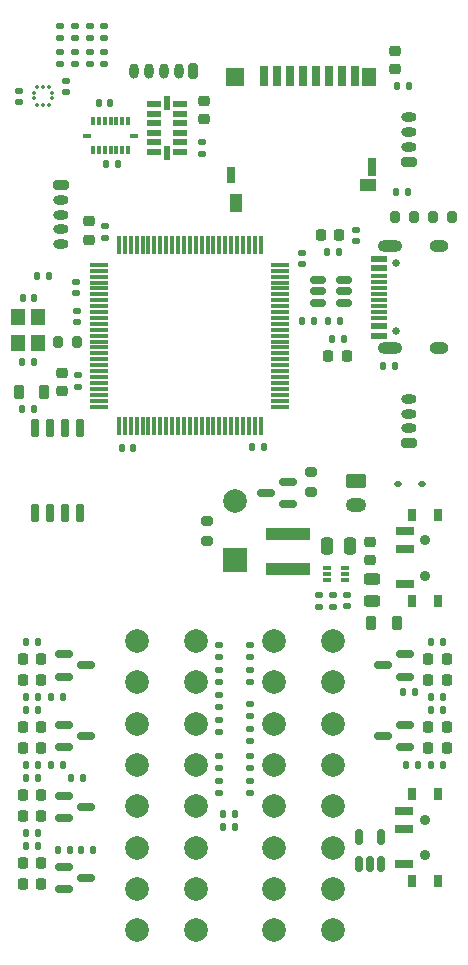
<source format=gts>
%TF.GenerationSoftware,KiCad,Pcbnew,7.0.2-0*%
%TF.CreationDate,2023-11-28T17:04:35-06:00*%
%TF.ProjectId,Flight Computer,466c6967-6874-4204-936f-6d7075746572,1.1*%
%TF.SameCoordinates,Original*%
%TF.FileFunction,Soldermask,Top*%
%TF.FilePolarity,Negative*%
%FSLAX46Y46*%
G04 Gerber Fmt 4.6, Leading zero omitted, Abs format (unit mm)*
G04 Created by KiCad (PCBNEW 7.0.2-0) date 2023-11-28 17:04:35*
%MOMM*%
%LPD*%
G01*
G04 APERTURE LIST*
G04 Aperture macros list*
%AMRoundRect*
0 Rectangle with rounded corners*
0 $1 Rounding radius*
0 $2 $3 $4 $5 $6 $7 $8 $9 X,Y pos of 4 corners*
0 Add a 4 corners polygon primitive as box body*
4,1,4,$2,$3,$4,$5,$6,$7,$8,$9,$2,$3,0*
0 Add four circle primitives for the rounded corners*
1,1,$1+$1,$2,$3*
1,1,$1+$1,$4,$5*
1,1,$1+$1,$6,$7*
1,1,$1+$1,$8,$9*
0 Add four rect primitives between the rounded corners*
20,1,$1+$1,$2,$3,$4,$5,0*
20,1,$1+$1,$4,$5,$6,$7,0*
20,1,$1+$1,$6,$7,$8,$9,0*
20,1,$1+$1,$8,$9,$2,$3,0*%
G04 Aperture macros list end*
%ADD10C,0.650000*%
%ADD11R,1.450000X0.600000*%
%ADD12R,1.450000X0.300000*%
%ADD13O,1.600000X1.000000*%
%ADD14O,2.100000X1.000000*%
%ADD15RoundRect,0.218750X-0.218750X-0.256250X0.218750X-0.256250X0.218750X0.256250X-0.218750X0.256250X0*%
%ADD16RoundRect,0.135000X-0.135000X-0.185000X0.135000X-0.185000X0.135000X0.185000X-0.135000X0.185000X0*%
%ADD17RoundRect,0.150000X-0.587500X-0.150000X0.587500X-0.150000X0.587500X0.150000X-0.587500X0.150000X0*%
%ADD18RoundRect,0.200000X-0.275000X0.200000X-0.275000X-0.200000X0.275000X-0.200000X0.275000X0.200000X0*%
%ADD19RoundRect,0.135000X-0.185000X0.135000X-0.185000X-0.135000X0.185000X-0.135000X0.185000X0.135000X0*%
%ADD20RoundRect,0.150000X0.587500X0.150000X-0.587500X0.150000X-0.587500X-0.150000X0.587500X-0.150000X0*%
%ADD21RoundRect,0.218750X0.218750X0.256250X-0.218750X0.256250X-0.218750X-0.256250X0.218750X-0.256250X0*%
%ADD22RoundRect,0.225000X0.250000X-0.225000X0.250000X0.225000X-0.250000X0.225000X-0.250000X-0.225000X0*%
%ADD23RoundRect,0.135000X0.185000X-0.135000X0.185000X0.135000X-0.185000X0.135000X-0.185000X-0.135000X0*%
%ADD24RoundRect,0.200000X0.200000X0.275000X-0.200000X0.275000X-0.200000X-0.275000X0.200000X-0.275000X0*%
%ADD25RoundRect,0.140000X0.140000X0.170000X-0.140000X0.170000X-0.140000X-0.170000X0.140000X-0.170000X0*%
%ADD26RoundRect,0.243750X0.456250X-0.243750X0.456250X0.243750X-0.456250X0.243750X-0.456250X-0.243750X0*%
%ADD27RoundRect,0.225000X-0.250000X0.225000X-0.250000X-0.225000X0.250000X-0.225000X0.250000X0.225000X0*%
%ADD28RoundRect,0.140000X-0.140000X-0.170000X0.140000X-0.170000X0.140000X0.170000X-0.140000X0.170000X0*%
%ADD29R,0.800000X1.000000*%
%ADD30C,0.900000*%
%ADD31R,1.500000X0.700000*%
%ADD32RoundRect,0.140000X0.170000X-0.140000X0.170000X0.140000X-0.170000X0.140000X-0.170000X-0.140000X0*%
%ADD33RoundRect,0.218750X0.218750X0.381250X-0.218750X0.381250X-0.218750X-0.381250X0.218750X-0.381250X0*%
%ADD34RoundRect,0.200000X0.450000X-0.200000X0.450000X0.200000X-0.450000X0.200000X-0.450000X-0.200000X0*%
%ADD35O,1.300000X0.800000*%
%ADD36RoundRect,0.140000X-0.170000X0.140000X-0.170000X-0.140000X0.170000X-0.140000X0.170000X0.140000X0*%
%ADD37RoundRect,0.135000X0.135000X0.185000X-0.135000X0.185000X-0.135000X-0.185000X0.135000X-0.185000X0*%
%ADD38R,3.700000X1.100000*%
%ADD39RoundRect,0.112500X-0.187500X-0.112500X0.187500X-0.112500X0.187500X0.112500X-0.187500X0.112500X0*%
%ADD40RoundRect,0.075000X-0.725000X-0.075000X0.725000X-0.075000X0.725000X0.075000X-0.725000X0.075000X0*%
%ADD41RoundRect,0.075000X-0.075000X-0.725000X0.075000X-0.725000X0.075000X0.725000X-0.075000X0.725000X0*%
%ADD42RoundRect,0.150000X0.150000X-0.512500X0.150000X0.512500X-0.150000X0.512500X-0.150000X-0.512500X0*%
%ADD43RoundRect,0.200000X0.200000X0.450000X-0.200000X0.450000X-0.200000X-0.450000X0.200000X-0.450000X0*%
%ADD44O,0.800000X1.300000*%
%ADD45RoundRect,0.150000X0.512500X0.150000X-0.512500X0.150000X-0.512500X-0.150000X0.512500X-0.150000X0*%
%ADD46R,0.700000X1.750000*%
%ADD47R,1.450000X1.000000*%
%ADD48R,1.000000X1.550000*%
%ADD49R,0.800000X1.500000*%
%ADD50R,1.300000X1.500000*%
%ADD51R,1.500000X1.500000*%
%ADD52R,0.800000X1.400000*%
%ADD53RoundRect,0.200000X0.275000X-0.200000X0.275000X0.200000X-0.275000X0.200000X-0.275000X-0.200000X0*%
%ADD54RoundRect,0.200000X-0.200000X-0.275000X0.200000X-0.275000X0.200000X0.275000X-0.200000X0.275000X0*%
%ADD55R,1.200000X1.400000*%
%ADD56RoundRect,0.012500X0.112500X-0.325000X0.112500X0.325000X-0.112500X0.325000X-0.112500X-0.325000X0*%
%ADD57RoundRect,0.012500X0.325000X-0.112500X0.325000X0.112500X-0.325000X0.112500X-0.325000X-0.112500X0*%
%ADD58RoundRect,0.200000X-0.450000X0.200000X-0.450000X-0.200000X0.450000X-0.200000X0.450000X0.200000X0*%
%ADD59RoundRect,0.250000X-0.250000X-0.475000X0.250000X-0.475000X0.250000X0.475000X-0.250000X0.475000X0*%
%ADD60RoundRect,0.012500X0.125000X-0.112500X0.125000X0.112500X-0.125000X0.112500X-0.125000X-0.112500X0*%
%ADD61RoundRect,0.012500X0.112500X-0.125000X0.112500X0.125000X-0.112500X0.125000X-0.112500X-0.125000X0*%
%ADD62RoundRect,0.027500X0.545000X0.247500X-0.545000X0.247500X-0.545000X-0.247500X0.545000X-0.247500X0*%
%ADD63RoundRect,0.027500X0.247500X0.545000X-0.247500X0.545000X-0.247500X-0.545000X0.247500X-0.545000X0*%
%ADD64RoundRect,0.150000X0.150000X-0.650000X0.150000X0.650000X-0.150000X0.650000X-0.150000X-0.650000X0*%
%ADD65R,0.700000X0.340000*%
%ADD66RoundRect,0.250000X-0.625000X0.350000X-0.625000X-0.350000X0.625000X-0.350000X0.625000X0.350000X0*%
%ADD67O,1.750000X1.200000*%
%ADD68C,2.000000*%
%ADD69R,2.000000X2.000000*%
G04 APERTURE END LIST*
D10*
%TO.C,J7*%
X117165000Y-39432500D03*
X117165000Y-45212500D03*
D11*
X115720000Y-45572500D03*
X115720000Y-44772500D03*
D12*
X115720000Y-43572500D03*
X115720000Y-42572500D03*
X115720000Y-42072500D03*
X115720000Y-41072500D03*
D11*
X115720000Y-39872500D03*
X115720000Y-39072500D03*
X115720000Y-39072500D03*
X115720000Y-39872500D03*
D12*
X115720000Y-40572500D03*
X115720000Y-41572500D03*
X115720000Y-43072500D03*
X115720000Y-44072500D03*
D11*
X115720000Y-44772500D03*
X115720000Y-45572500D03*
D13*
X120815000Y-46642500D03*
D14*
X116635000Y-46642500D03*
X116635000Y-38002500D03*
D13*
X120815000Y-38002500D03*
%TD*%
D15*
%TO.C,D12*%
X85552500Y-73000000D03*
X87127500Y-73000000D03*
%TD*%
D16*
%TO.C,R3*%
X86750000Y-40490000D03*
X87770000Y-40490000D03*
%TD*%
D15*
%TO.C,D8*%
X85552500Y-80500000D03*
X87127500Y-80500000D03*
%TD*%
D17*
%TO.C,Q2*%
X89062500Y-90550000D03*
X89062500Y-92450000D03*
X90937500Y-91500000D03*
%TD*%
D18*
%TO.C,R18*%
X109950000Y-57135000D03*
X109950000Y-58785000D03*
%TD*%
D19*
%TO.C,R14*%
X104800000Y-78890000D03*
X104800000Y-79910000D03*
%TD*%
D20*
%TO.C,Q1*%
X108037500Y-59860000D03*
X108037500Y-57960000D03*
X106162500Y-58910000D03*
%TD*%
D15*
%TO.C,D9*%
X85552500Y-90250000D03*
X87127500Y-90250000D03*
%TD*%
D21*
%TO.C,D2*%
X112347500Y-37080000D03*
X110772500Y-37080000D03*
%TD*%
D19*
%TO.C,R13*%
X104800000Y-76790000D03*
X104800000Y-77810000D03*
%TD*%
D22*
%TO.C,C26*%
X114940000Y-64595000D03*
X114940000Y-63045000D03*
%TD*%
D23*
%TO.C,R9*%
X102200000Y-79110000D03*
X102200000Y-78090000D03*
%TD*%
D16*
%TO.C,R19*%
X116090000Y-48182500D03*
X117110000Y-48182500D03*
%TD*%
D15*
%TO.C,D10*%
X85552500Y-84500000D03*
X87127500Y-84500000D03*
%TD*%
D24*
%TO.C,R2*%
X90175000Y-46107500D03*
X88525000Y-46107500D03*
%TD*%
D16*
%TO.C,R59*%
X120150000Y-71500000D03*
X121170000Y-71500000D03*
%TD*%
D25*
%TO.C,C10*%
X86480000Y-47782500D03*
X85520000Y-47782500D03*
%TD*%
D26*
%TO.C,F2*%
X115090000Y-68077500D03*
X115090000Y-66202500D03*
%TD*%
D27*
%TO.C,C1*%
X100910000Y-25715000D03*
X100910000Y-27265000D03*
%TD*%
D28*
%TO.C,C8*%
X92020000Y-25870000D03*
X92980000Y-25870000D03*
%TD*%
D25*
%TO.C,C15*%
X94930000Y-55070000D03*
X93970000Y-55070000D03*
%TD*%
D16*
%TO.C,R47*%
X85830000Y-88750000D03*
X86850000Y-88750000D03*
%TD*%
D19*
%TO.C,R15*%
X102200000Y-71790000D03*
X102200000Y-72810000D03*
%TD*%
D23*
%TO.C,R35*%
X104800000Y-82210000D03*
X104800000Y-81190000D03*
%TD*%
%TO.C,R1*%
X111810000Y-68570000D03*
X111810000Y-67550000D03*
%TD*%
D29*
%TO.C,SW1*%
X118530000Y-68050000D03*
X120740000Y-68050000D03*
D30*
X119640000Y-65900000D03*
X119640000Y-62900000D03*
D29*
X118530000Y-60750000D03*
X120740000Y-60750000D03*
D31*
X117880000Y-66650000D03*
X117880000Y-63650000D03*
X117880000Y-62150000D03*
%TD*%
D21*
%TO.C,D4*%
X121447500Y-74750000D03*
X119872500Y-74750000D03*
%TD*%
D24*
%TO.C,R21*%
X118700000Y-35570000D03*
X117050000Y-35570000D03*
%TD*%
D23*
%TO.C,R53*%
X91250000Y-20390000D03*
X91250000Y-19370000D03*
%TD*%
D32*
%TO.C,C25*%
X113800000Y-37560000D03*
X113800000Y-36600000D03*
%TD*%
D33*
%TO.C,FB1*%
X87362500Y-50332500D03*
X85237500Y-50332500D03*
%TD*%
D34*
%TO.C,J8*%
X118270000Y-54690000D03*
D35*
X118270000Y-53440000D03*
X118270000Y-52190000D03*
X118270000Y-50940000D03*
%TD*%
D32*
%TO.C,C16*%
X90200000Y-49887500D03*
X90200000Y-48927500D03*
%TD*%
D16*
%TO.C,R37*%
X120150000Y-76150000D03*
X121170000Y-76150000D03*
%TD*%
D36*
%TO.C,C3*%
X89230000Y-23990000D03*
X89230000Y-24950000D03*
%TD*%
D37*
%TO.C,R46*%
X110180000Y-44350000D03*
X109160000Y-44350000D03*
%TD*%
D19*
%TO.C,R5*%
X110610000Y-67550000D03*
X110610000Y-68570000D03*
%TD*%
D37*
%TO.C,R17*%
X112720000Y-45850000D03*
X111700000Y-45850000D03*
%TD*%
D38*
%TO.C,L3*%
X108050000Y-65340000D03*
X108050000Y-62340000D03*
%TD*%
D16*
%TO.C,R58*%
X85830000Y-71500000D03*
X86850000Y-71500000D03*
%TD*%
D39*
%TO.C,D15*%
X117300000Y-58150000D03*
X119400000Y-58150000D03*
%TD*%
D21*
%TO.C,D13*%
X121447500Y-73000000D03*
X119872500Y-73000000D03*
%TD*%
D40*
%TO.C,U1*%
X92025000Y-39582500D03*
X92025000Y-40082500D03*
X92025000Y-40582500D03*
X92025000Y-41082500D03*
X92025000Y-41582500D03*
X92025000Y-42082500D03*
X92025000Y-42582500D03*
X92025000Y-43082500D03*
X92025000Y-43582500D03*
X92025000Y-44082500D03*
X92025000Y-44582500D03*
X92025000Y-45082500D03*
X92025000Y-45582500D03*
X92025000Y-46082500D03*
X92025000Y-46582500D03*
X92025000Y-47082500D03*
X92025000Y-47582500D03*
X92025000Y-48082500D03*
X92025000Y-48582500D03*
X92025000Y-49082500D03*
X92025000Y-49582500D03*
X92025000Y-50082500D03*
X92025000Y-50582500D03*
X92025000Y-51082500D03*
X92025000Y-51582500D03*
D41*
X93700000Y-53257500D03*
X94200000Y-53257500D03*
X94700000Y-53257500D03*
X95200000Y-53257500D03*
X95700000Y-53257500D03*
X96200000Y-53257500D03*
X96700000Y-53257500D03*
X97200000Y-53257500D03*
X97700000Y-53257500D03*
X98200000Y-53257500D03*
X98700000Y-53257500D03*
X99200000Y-53257500D03*
X99700000Y-53257500D03*
X100200000Y-53257500D03*
X100700000Y-53257500D03*
X101200000Y-53257500D03*
X101700000Y-53257500D03*
X102200000Y-53257500D03*
X102700000Y-53257500D03*
X103200000Y-53257500D03*
X103700000Y-53257500D03*
X104200000Y-53257500D03*
X104700000Y-53257500D03*
X105200000Y-53257500D03*
X105700000Y-53257500D03*
D40*
X107375000Y-51582500D03*
X107375000Y-51082500D03*
X107375000Y-50582500D03*
X107375000Y-50082500D03*
X107375000Y-49582500D03*
X107375000Y-49082500D03*
X107375000Y-48582500D03*
X107375000Y-48082500D03*
X107375000Y-47582500D03*
X107375000Y-47082500D03*
X107375000Y-46582500D03*
X107375000Y-46082500D03*
X107375000Y-45582500D03*
X107375000Y-45082500D03*
X107375000Y-44582500D03*
X107375000Y-44082500D03*
X107375000Y-43582500D03*
X107375000Y-43082500D03*
X107375000Y-42582500D03*
X107375000Y-42082500D03*
X107375000Y-41582500D03*
X107375000Y-41082500D03*
X107375000Y-40582500D03*
X107375000Y-40082500D03*
X107375000Y-39582500D03*
D41*
X105700000Y-37907500D03*
X105200000Y-37907500D03*
X104700000Y-37907500D03*
X104200000Y-37907500D03*
X103700000Y-37907500D03*
X103200000Y-37907500D03*
X102700000Y-37907500D03*
X102200000Y-37907500D03*
X101700000Y-37907500D03*
X101200000Y-37907500D03*
X100700000Y-37907500D03*
X100200000Y-37907500D03*
X99700000Y-37907500D03*
X99200000Y-37907500D03*
X98700000Y-37907500D03*
X98200000Y-37907500D03*
X97700000Y-37907500D03*
X97200000Y-37907500D03*
X96700000Y-37907500D03*
X96200000Y-37907500D03*
X95700000Y-37907500D03*
X95200000Y-37907500D03*
X94700000Y-37907500D03*
X94200000Y-37907500D03*
X93700000Y-37907500D03*
%TD*%
D21*
%TO.C,D5*%
X121447500Y-80500000D03*
X119872500Y-80500000D03*
%TD*%
D22*
%TO.C,C7*%
X91200000Y-37445000D03*
X91200000Y-35895000D03*
%TD*%
D37*
%TO.C,R39*%
X86850000Y-76150000D03*
X85830000Y-76150000D03*
%TD*%
D25*
%TO.C,C29*%
X86480000Y-51820000D03*
X85520000Y-51820000D03*
%TD*%
D37*
%TO.C,R27*%
X118160000Y-33432500D03*
X117140000Y-33432500D03*
%TD*%
D16*
%TO.C,R38*%
X120150000Y-81900000D03*
X121170000Y-81900000D03*
%TD*%
%TO.C,R33*%
X87920000Y-81900000D03*
X88940000Y-81900000D03*
%TD*%
D37*
%TO.C,R40*%
X86850000Y-87650000D03*
X85830000Y-87650000D03*
%TD*%
%TO.C,R30*%
X118730000Y-75790000D03*
X117710000Y-75790000D03*
%TD*%
D19*
%TO.C,R12*%
X104800000Y-73890000D03*
X104800000Y-74910000D03*
%TD*%
D36*
%TO.C,C12*%
X109160000Y-38560000D03*
X109160000Y-39520000D03*
%TD*%
D33*
%TO.C,FB3*%
X117202500Y-69900000D03*
X115077500Y-69900000D03*
%TD*%
D42*
%TO.C,U8*%
X114020000Y-90337500D03*
X114970000Y-90337500D03*
X115920000Y-90337500D03*
X115920000Y-88062500D03*
X114020000Y-88062500D03*
%TD*%
D23*
%TO.C,R48*%
X92460000Y-22590000D03*
X92460000Y-21570000D03*
%TD*%
%TO.C,R8*%
X102200000Y-82210000D03*
X102200000Y-81190000D03*
%TD*%
D21*
%TO.C,D14*%
X121447500Y-78750000D03*
X119872500Y-78750000D03*
%TD*%
D15*
%TO.C,D11*%
X85552500Y-78750000D03*
X87127500Y-78750000D03*
%TD*%
D20*
%TO.C,Q7*%
X117937500Y-80450000D03*
X117937500Y-78550000D03*
X116062500Y-79500000D03*
%TD*%
D32*
%TO.C,C9*%
X90100000Y-42012500D03*
X90100000Y-41052500D03*
%TD*%
D15*
%TO.C,D3*%
X85552500Y-92000000D03*
X87127500Y-92000000D03*
%TD*%
D32*
%TO.C,C4*%
X85200000Y-25820000D03*
X85200000Y-24860000D03*
%TD*%
D23*
%TO.C,R49*%
X92460000Y-20390000D03*
X92460000Y-19370000D03*
%TD*%
D22*
%TO.C,C24*%
X88850000Y-50282500D03*
X88850000Y-48732500D03*
%TD*%
D19*
%TO.C,R16*%
X102200000Y-73890000D03*
X102200000Y-74910000D03*
%TD*%
D43*
%TO.C,J3*%
X100000000Y-23200000D03*
D44*
X98750000Y-23200000D03*
X97500000Y-23200000D03*
X96250000Y-23200000D03*
X95000000Y-23200000D03*
%TD*%
D45*
%TO.C,U2*%
X112787500Y-42782500D03*
X112787500Y-41832500D03*
X112787500Y-40882500D03*
X110512500Y-40882500D03*
X110512500Y-41832500D03*
X110512500Y-42782500D03*
%TD*%
D46*
%TO.C,J10*%
X105995000Y-23582500D03*
X107095000Y-23582500D03*
X108195000Y-23582500D03*
X109295000Y-23582500D03*
X110395000Y-23582500D03*
X111495000Y-23582500D03*
X112595000Y-23582500D03*
X113695000Y-23582500D03*
D47*
X114820000Y-32807500D03*
D48*
X103595000Y-34382500D03*
D49*
X115145000Y-31307500D03*
D50*
X114895000Y-23707500D03*
D51*
X103545000Y-23707500D03*
D52*
X103195000Y-31957500D03*
%TD*%
D53*
%TO.C,R28*%
X101150000Y-62945000D03*
X101150000Y-61295000D03*
%TD*%
D54*
%TO.C,R20*%
X120275000Y-35570000D03*
X121925000Y-35570000D03*
%TD*%
D16*
%TO.C,R4*%
X102490000Y-87200000D03*
X103510000Y-87200000D03*
%TD*%
D55*
%TO.C,Y1*%
X85175000Y-43982500D03*
X85175000Y-46182500D03*
X86875000Y-46182500D03*
X86875000Y-43982500D03*
%TD*%
D37*
%TO.C,R31*%
X119050000Y-81910000D03*
X118030000Y-81910000D03*
%TD*%
%TO.C,R36*%
X89530000Y-89160000D03*
X88510000Y-89160000D03*
%TD*%
D23*
%TO.C,R52*%
X91250000Y-22590000D03*
X91250000Y-21570000D03*
%TD*%
D37*
%TO.C,R41*%
X86850000Y-81900000D03*
X85830000Y-81900000D03*
%TD*%
D20*
%TO.C,Q6*%
X117937500Y-74450000D03*
X117937500Y-72550000D03*
X116062500Y-73500000D03*
%TD*%
D16*
%TO.C,R56*%
X85830000Y-83000000D03*
X86850000Y-83000000D03*
%TD*%
%TO.C,R57*%
X85830000Y-77250000D03*
X86850000Y-77250000D03*
%TD*%
D37*
%TO.C,R45*%
X112390000Y-44350000D03*
X111370000Y-44350000D03*
%TD*%
D34*
%TO.C,J9*%
X118300000Y-30857500D03*
D35*
X118300000Y-29607500D03*
X118300000Y-28357500D03*
X118300000Y-27107500D03*
%TD*%
D16*
%TO.C,R32*%
X87930000Y-76150000D03*
X88950000Y-76150000D03*
%TD*%
D23*
%TO.C,R7*%
X102200000Y-84310000D03*
X102200000Y-83290000D03*
%TD*%
%TO.C,R50*%
X88730000Y-22560000D03*
X88730000Y-21540000D03*
%TD*%
%TO.C,R55*%
X89980000Y-20390000D03*
X89980000Y-19370000D03*
%TD*%
D56*
%TO.C,U4*%
X91490000Y-27380000D03*
X91990000Y-27380000D03*
X92490000Y-27380000D03*
X92990000Y-27380000D03*
X93490000Y-27380000D03*
X93990000Y-27380000D03*
X94490000Y-27380000D03*
D57*
X95002500Y-28642500D03*
D56*
X94490000Y-29905000D03*
X93990000Y-29905000D03*
X93490000Y-29905000D03*
X92990000Y-29905000D03*
X92490000Y-29905000D03*
X91990000Y-29905000D03*
X91490000Y-29905000D03*
D57*
X90977500Y-28642500D03*
%TD*%
D23*
%TO.C,R10*%
X102200000Y-77010000D03*
X102200000Y-75990000D03*
%TD*%
D17*
%TO.C,Q5*%
X89062500Y-78550000D03*
X89062500Y-80450000D03*
X90937500Y-79500000D03*
%TD*%
D15*
%TO.C,D6*%
X85552500Y-74750000D03*
X87127500Y-74750000D03*
%TD*%
D29*
%TO.C,SW2*%
X118490000Y-91720000D03*
X120700000Y-91720000D03*
D30*
X119600000Y-89570000D03*
X119600000Y-86570000D03*
D29*
X118490000Y-84420000D03*
X120700000Y-84420000D03*
D31*
X117840000Y-90320000D03*
X117840000Y-87320000D03*
X117840000Y-85820000D03*
%TD*%
D32*
%TO.C,C27*%
X112980000Y-68510000D03*
X112980000Y-67550000D03*
%TD*%
D37*
%TO.C,R6*%
X103510000Y-86080000D03*
X102490000Y-86080000D03*
%TD*%
D16*
%TO.C,R29*%
X89660000Y-83058000D03*
X90680000Y-83058000D03*
%TD*%
D58*
%TO.C,J5*%
X88760000Y-32840000D03*
D35*
X88760000Y-34090000D03*
X88760000Y-35340000D03*
X88760000Y-36590000D03*
X88760000Y-37840000D03*
%TD*%
D19*
%TO.C,R11*%
X104800000Y-71790000D03*
X104800000Y-72810000D03*
%TD*%
D59*
%TO.C,C30*%
X111330000Y-63360000D03*
X113230000Y-63360000D03*
%TD*%
D60*
%TO.C,U5*%
X86537500Y-25002500D03*
X86537500Y-25502500D03*
D61*
X86800000Y-26015000D03*
X87300000Y-26015000D03*
X87800000Y-26015000D03*
D60*
X88062500Y-25502500D03*
X88062500Y-25002500D03*
D61*
X87800000Y-24490000D03*
X87300000Y-24490000D03*
X86800000Y-24490000D03*
%TD*%
D27*
%TO.C,C28*%
X117070000Y-21495000D03*
X117070000Y-23045000D03*
%TD*%
D23*
%TO.C,R51*%
X88730000Y-20360000D03*
X88730000Y-19340000D03*
%TD*%
D17*
%TO.C,Q3*%
X89062500Y-84550000D03*
X89062500Y-86450000D03*
X90937500Y-85500000D03*
%TD*%
D21*
%TO.C,D1*%
X112987500Y-47270000D03*
X111412500Y-47270000D03*
%TD*%
D25*
%TO.C,C13*%
X105955000Y-55020000D03*
X104995000Y-55020000D03*
%TD*%
D62*
%TO.C,U3*%
X98900000Y-30010000D03*
X98900000Y-29210000D03*
X98900000Y-28410000D03*
X98900000Y-27610000D03*
X98900000Y-26810000D03*
X98900000Y-26010000D03*
D63*
X97802500Y-25912500D03*
D62*
X96705000Y-26010000D03*
X96705000Y-26810000D03*
X96705000Y-27610000D03*
X96705000Y-28410000D03*
X96705000Y-29210000D03*
X96705000Y-30010000D03*
D63*
X97802500Y-30107500D03*
%TD*%
D15*
%TO.C,D7*%
X85552500Y-86250000D03*
X87127500Y-86250000D03*
%TD*%
D64*
%TO.C,U7*%
X86595000Y-60620000D03*
X87865000Y-60620000D03*
X89135000Y-60620000D03*
X90405000Y-60620000D03*
X90405000Y-53420000D03*
X89135000Y-53420000D03*
X87865000Y-53420000D03*
X86595000Y-53420000D03*
%TD*%
D32*
%TO.C,C2*%
X100700000Y-30162500D03*
X100700000Y-29202500D03*
%TD*%
D37*
%TO.C,R26*%
X118290000Y-24480000D03*
X117270000Y-24480000D03*
%TD*%
%TO.C,R24*%
X112300000Y-38475000D03*
X111280000Y-38475000D03*
%TD*%
D28*
%TO.C,C6*%
X85570000Y-42382500D03*
X86530000Y-42382500D03*
%TD*%
D23*
%TO.C,R54*%
X89980000Y-22560000D03*
X89980000Y-21540000D03*
%TD*%
D25*
%TO.C,C5*%
X93580000Y-31020000D03*
X92620000Y-31020000D03*
%TD*%
D16*
%TO.C,R34*%
X90500000Y-89170000D03*
X91520000Y-89170000D03*
%TD*%
D32*
%TO.C,C11*%
X92550000Y-37300000D03*
X92550000Y-36340000D03*
%TD*%
D23*
%TO.C,R25*%
X104800000Y-84310000D03*
X104800000Y-83290000D03*
%TD*%
D16*
%TO.C,R60*%
X120150000Y-77250000D03*
X121170000Y-77250000D03*
%TD*%
D65*
%TO.C,U6*%
X112830000Y-66270000D03*
X112830000Y-65770000D03*
X112830000Y-65270000D03*
X111330000Y-65270000D03*
X111330000Y-65770000D03*
X111330000Y-66270000D03*
%TD*%
D32*
%TO.C,C14*%
X90150000Y-44437500D03*
X90150000Y-43477500D03*
%TD*%
D17*
%TO.C,Q8*%
X89062500Y-72550000D03*
X89062500Y-74450000D03*
X90937500Y-73500000D03*
%TD*%
D66*
%TO.C,J4*%
X113800000Y-57900000D03*
D67*
X113800000Y-59900000D03*
%TD*%
D68*
%TO.C,J2*%
X95200000Y-95920000D03*
X100200000Y-95920000D03*
X95200000Y-92420000D03*
X100200000Y-92420000D03*
X95200000Y-88920000D03*
X100200000Y-88920000D03*
X95200000Y-85420000D03*
X100200000Y-85420000D03*
X95200000Y-81920000D03*
X100200000Y-81920000D03*
X95200000Y-78420000D03*
X100200000Y-78420000D03*
X95200000Y-74920000D03*
X100200000Y-74920000D03*
X95200000Y-71420000D03*
X100200000Y-71420000D03*
%TD*%
D69*
%TO.C,BZ1*%
X103500000Y-64590000D03*
D68*
X103500000Y-59590000D03*
%TD*%
%TO.C,J1*%
X111790000Y-71420000D03*
X106790000Y-71420000D03*
X111790000Y-74920000D03*
X106790000Y-74920000D03*
X111790000Y-78420000D03*
X106790000Y-78420000D03*
X111790000Y-81920000D03*
X106790000Y-81920000D03*
X111790000Y-85420000D03*
X106790000Y-85420000D03*
X111790000Y-88920000D03*
X106790000Y-88920000D03*
X111790000Y-92420000D03*
X106790000Y-92420000D03*
X111790000Y-95920000D03*
X106790000Y-95920000D03*
%TD*%
M02*

</source>
